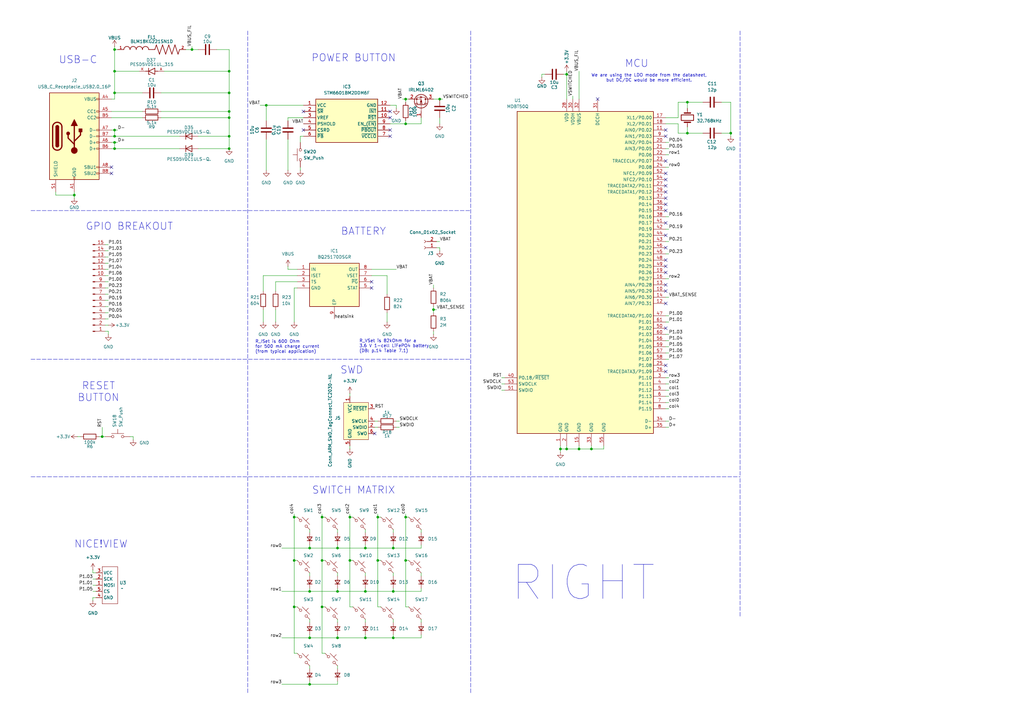
<source format=kicad_sch>
(kicad_sch (version 20231120) (generator "eeschema") (generator_version "8.0")
  (paper "A3")
  (junction (at 46.99 53.34))
  (junction (at 149.86 224.79))
  (junction (at 242.57 184.15))
  (junction (at 161.29 261.62))
  (junction (at 161.29 224.79))
  (junction (at 138.43 261.62))
  (junction (at 138.43 224.79))
  (junction (at 149.86 261.62))
  (junction (at 46.99 60.96))
  (junction (at 120.65 248.92))
  (junction (at 93.98 48.26))
  (junction (at 281.94 41.91))
  (junction (at 46.99 29.21))
  (junction (at 93.98 38.1))
  (junction (at 143.51 229.87))
  (junction (at 166.37 40.64))
  (junction (at 154.94 212.09))
  (junction (at 154.94 229.87))
  (junction (at 46.99 20.32))
  (junction (at 237.49 184.15))
  (junction (at 46.99 58.42))
  (junction (at 30.48 80.01))
  (junction (at 132.08 248.92))
  (junction (at 161.29 242.57))
  (junction (at 143.51 212.09))
  (junction (at 132.08 229.87))
  (junction (at 109.22 43.18))
  (junction (at 166.37 50.8))
  (junction (at 46.99 38.1))
  (junction (at 78.74 20.32))
  (junction (at 93.98 55.88))
  (junction (at 138.43 242.57))
  (junction (at 229.87 184.15))
  (junction (at 93.98 45.72))
  (junction (at 232.41 30.48))
  (junction (at 127 224.79))
  (junction (at 166.37 212.09))
  (junction (at 46.99 55.88))
  (junction (at 177.8 127))
  (junction (at 93.98 29.21))
  (junction (at 232.41 184.15))
  (junction (at 149.86 242.57))
  (junction (at 93.98 60.96))
  (junction (at 127 280.67))
  (junction (at 166.37 229.87))
  (junction (at 299.72 54.61))
  (junction (at 120.65 212.09))
  (junction (at 41.91 179.07))
  (junction (at 180.34 40.64))
  (junction (at 132.08 212.09))
  (junction (at 120.65 229.87))
  (junction (at 127 261.62))
  (junction (at 281.94 54.61))
  (junction (at 127 242.57))
  (no_connect (at 273.05 71.12))
  (no_connect (at 245.11 40.64))
  (no_connect (at 153.67 177.8))
  (no_connect (at 273.05 111.76))
  (no_connect (at 273.05 96.52))
  (no_connect (at 160.02 48.26))
  (no_connect (at 273.05 53.34))
  (no_connect (at 273.05 124.46))
  (no_connect (at 273.05 76.2))
  (no_connect (at 273.05 55.88))
  (no_connect (at 273.05 91.44))
  (no_connect (at 273.05 83.82))
  (no_connect (at 273.05 152.4))
  (no_connect (at 273.05 101.6))
  (no_connect (at 152.4 118.11))
  (no_connect (at 45.72 68.58))
  (no_connect (at 273.05 149.86))
  (no_connect (at 273.05 134.62))
  (no_connect (at 124.46 45.72))
  (no_connect (at 124.46 53.34))
  (no_connect (at 160.02 53.34))
  (no_connect (at 273.05 78.74))
  (no_connect (at 273.05 81.28))
  (no_connect (at 273.05 119.38))
  (no_connect (at 273.05 86.36))
  (no_connect (at 160.02 55.88))
  (no_connect (at 273.05 106.68))
  (no_connect (at 273.05 109.22))
  (no_connect (at 273.05 116.84))
  (no_connect (at 273.05 66.04))
  (no_connect (at 160.02 45.72))
  (no_connect (at 152.4 115.57))
  (no_connect (at 45.72 71.12))
  (no_connect (at 273.05 73.66))
  (wire (pts (xy 172.72 50.8) (xy 172.72 48.26)))
  (wire (pts (xy 121.92 229.87) (xy 120.65 229.87)))
  (wire (pts (xy 46.99 53.34) (xy 45.72 53.34)))
  (wire (pts (xy 274.32 139.7) (xy 273.05 139.7)))
  (wire (pts (xy 274.32 93.98) (xy 273.05 93.98)))
  (wire (pts (xy 172.72 260.35) (xy 172.72 261.62)))
  (wire (pts (xy 288.29 54.61) (xy 281.94 54.61)))
  (polyline (pts (xy 303.53 252.73) (xy 303.53 195.58)) (stroke (width 0) (type dash)))
  (wire (pts (xy 274.32 129.54) (xy 273.05 129.54)))
  (wire (pts (xy 205.74 157.48) (xy 207.01 157.48)))
  (wire (pts (xy 231.14 30.48) (xy 232.41 30.48)))
  (wire (pts (xy 115.57 261.62) (xy 127 261.62)))
  (wire (pts (xy 149.86 223.52) (xy 149.86 224.79)))
  (wire (pts (xy 120.65 229.87) (xy 120.65 248.92)))
  (wire (pts (xy 48.26 58.42) (xy 46.99 58.42)))
  (wire (pts (xy 127 254) (xy 127 255.27)))
  (wire (pts (xy 237.49 29.21) (xy 237.49 40.64)))
  (wire (pts (xy 138.43 241.3) (xy 138.43 242.57)))
  (wire (pts (xy 76.2 20.32) (xy 78.74 20.32)))
  (wire (pts (xy 38.1 234.95) (xy 39.37 234.95)))
  (wire (pts (xy 172.72 241.3) (xy 172.72 242.57)))
  (wire (pts (xy 127 273.05) (xy 127 274.32)))
  (wire (pts (xy 121.92 267.97) (xy 120.65 267.97)))
  (wire (pts (xy 44.45 110.49) (xy 43.18 110.49)))
  (wire (pts (xy 149.86 254) (xy 149.86 255.27)))
  (wire (pts (xy 180.34 101.6) (xy 180.34 102.87)))
  (wire (pts (xy 180.34 40.64) (xy 181.61 40.64)))
  (wire (pts (xy 180.34 101.6) (xy 179.07 101.6)))
  (wire (pts (xy 205.74 154.94) (xy 207.01 154.94)))
  (wire (pts (xy 274.32 104.14) (xy 273.05 104.14)))
  (wire (pts (xy 274.32 144.78) (xy 273.05 144.78)))
  (wire (pts (xy 93.98 29.21) (xy 93.98 38.1)))
  (wire (pts (xy 278.13 50.8) (xy 278.13 54.61)))
  (wire (pts (xy 120.65 118.11) (xy 120.65 132.08)))
  (wire (pts (xy 177.8 127) (xy 179.07 127)))
  (wire (pts (xy 118.11 49.53) (xy 118.11 48.26)))
  (wire (pts (xy 44.45 130.81) (xy 43.18 130.81)))
  (wire (pts (xy 30.48 78.74) (xy 30.48 80.01)))
  (wire (pts (xy 45.72 45.72) (xy 58.42 45.72)))
  (wire (pts (xy 274.32 60.96) (xy 273.05 60.96)))
  (wire (pts (xy 93.98 55.88) (xy 93.98 60.96)))
  (wire (pts (xy 161.29 217.17) (xy 161.29 218.44)))
  (wire (pts (xy 161.29 241.3) (xy 161.29 242.57)))
  (wire (pts (xy 281.94 54.61) (xy 281.94 52.07)))
  (wire (pts (xy 143.51 212.09) (xy 143.51 229.87)))
  (wire (pts (xy 46.99 38.1) (xy 46.99 40.64)))
  (wire (pts (xy 165.1 40.64) (xy 166.37 40.64)))
  (wire (pts (xy 177.8 116.84) (xy 177.8 118.11)))
  (wire (pts (xy 44.45 115.57) (xy 43.18 115.57)))
  (wire (pts (xy 113.03 132.08) (xy 113.03 127)))
  (wire (pts (xy 118.11 109.22) (xy 118.11 110.49)))
  (wire (pts (xy 109.22 43.18) (xy 124.46 43.18)))
  (wire (pts (xy 274.32 167.64) (xy 273.05 167.64)))
  (wire (pts (xy 273.05 48.26) (xy 278.13 48.26)))
  (wire (pts (xy 81.28 55.88) (xy 93.98 55.88)))
  (wire (pts (xy 127 279.4) (xy 127 280.67)))
  (wire (pts (xy 160.02 50.8) (xy 166.37 50.8)))
  (wire (pts (xy 166.37 40.64) (xy 167.64 40.64)))
  (wire (pts (xy 66.04 48.26) (xy 93.98 48.26)))
  (wire (pts (xy 273.05 114.3) (xy 274.32 114.3)))
  (wire (pts (xy 123.19 55.88) (xy 124.46 55.88)))
  (wire (pts (xy 138.43 242.57) (xy 149.86 242.57)))
  (wire (pts (xy 161.29 224.79) (xy 172.72 224.79)))
  (wire (pts (xy 115.57 242.57) (xy 127 242.57)))
  (wire (pts (xy 121.92 212.09) (xy 120.65 212.09)))
  (wire (pts (xy 167.64 212.09) (xy 166.37 212.09)))
  (polyline (pts (xy 101.6 12.7) (xy 101.6 284.48)) (stroke (width 0) (type dash)))
  (wire (pts (xy 44.45 100.33) (xy 43.18 100.33)))
  (wire (pts (xy 133.35 248.92) (xy 132.08 248.92)))
  (wire (pts (xy 172.72 223.52) (xy 172.72 224.79)))
  (wire (pts (xy 45.72 58.42) (xy 46.99 58.42)))
  (wire (pts (xy 127 242.57) (xy 138.43 242.57)))
  (wire (pts (xy 44.45 120.65) (xy 43.18 120.65)))
  (wire (pts (xy 127 224.79) (xy 138.43 224.79)))
  (wire (pts (xy 162.56 43.18) (xy 160.02 43.18)))
  (wire (pts (xy 40.64 179.07) (xy 41.91 179.07)))
  (wire (pts (xy 123.19 55.88) (xy 123.19 58.42)))
  (wire (pts (xy 154.94 210.82) (xy 154.94 212.09)))
  (wire (pts (xy 180.34 99.06) (xy 179.07 99.06)))
  (wire (pts (xy 162.56 172.72) (xy 163.83 172.72)))
  (wire (pts (xy 166.37 49.53) (xy 166.37 50.8)))
  (wire (pts (xy 43.18 133.35) (xy 44.45 133.35)))
  (wire (pts (xy 172.72 217.17) (xy 172.72 218.44)))
  (wire (pts (xy 149.86 242.57) (xy 161.29 242.57)))
  (wire (pts (xy 93.98 48.26) (xy 93.98 55.88)))
  (wire (pts (xy 138.43 223.52) (xy 138.43 224.79)))
  (wire (pts (xy 232.41 182.88) (xy 232.41 184.15)))
  (wire (pts (xy 93.98 38.1) (xy 93.98 45.72)))
  (wire (pts (xy 38.1 245.11) (xy 38.1 246.38)))
  (wire (pts (xy 152.4 113.03) (xy 158.75 113.03)))
  (wire (pts (xy 232.41 30.48) (xy 232.41 40.64)))
  (wire (pts (xy 127 234.95) (xy 127 236.22)))
  (wire (pts (xy 274.32 99.06) (xy 273.05 99.06)))
  (wire (pts (xy 113.03 119.38) (xy 113.03 115.57)))
  (wire (pts (xy 144.78 212.09) (xy 143.51 212.09)))
  (wire (pts (xy 46.99 55.88) (xy 73.66 55.88)))
  (wire (pts (xy 156.21 212.09) (xy 154.94 212.09)))
  (wire (pts (xy 247.65 184.15) (xy 247.65 182.88)))
  (wire (pts (xy 158.75 113.03) (xy 158.75 120.65)))
  (wire (pts (xy 274.32 63.5) (xy 273.05 63.5)))
  (wire (pts (xy 153.67 175.26) (xy 154.94 175.26)))
  (wire (pts (xy 133.35 212.09) (xy 132.08 212.09)))
  (wire (pts (xy 144.78 229.87) (xy 143.51 229.87)))
  (wire (pts (xy 127 223.52) (xy 127 224.79)))
  (wire (pts (xy 149.86 260.35) (xy 149.86 261.62)))
  (wire (pts (xy 115.57 280.67) (xy 127 280.67)))
  (wire (pts (xy 123.19 68.58) (xy 123.19 69.85)))
  (wire (pts (xy 46.99 58.42) (xy 46.99 60.96)))
  (wire (pts (xy 274.32 142.24) (xy 273.05 142.24)))
  (wire (pts (xy 66.04 38.1) (xy 93.98 38.1)))
  (wire (pts (xy 107.95 119.38) (xy 107.95 113.03)))
  (wire (pts (xy 274.32 175.26) (xy 273.05 175.26)))
  (wire (pts (xy 180.34 48.26) (xy 180.34 50.8)))
  (wire (pts (xy 232.41 29.21) (xy 232.41 30.48)))
  (wire (pts (xy 109.22 57.15) (xy 109.22 69.85)))
  (wire (pts (xy 177.8 125.73) (xy 177.8 127)))
  (wire (pts (xy 38.1 233.68) (xy 38.1 234.95)))
  (wire (pts (xy 166.37 50.8) (xy 172.72 50.8)))
  (wire (pts (xy 132.08 248.92) (xy 132.08 267.97)))
  (wire (pts (xy 138.43 273.05) (xy 138.43 274.32)))
  (wire (pts (xy 46.99 55.88) (xy 45.72 55.88)))
  (wire (pts (xy 45.72 60.96) (xy 46.99 60.96)))
  (wire (pts (xy 107.95 113.03) (xy 121.92 113.03)))
  (wire (pts (xy 143.51 161.29) (xy 143.51 162.56)))
  (wire (pts (xy 38.1 245.11) (xy 39.37 245.11)))
  (wire (pts (xy 118.11 110.49) (xy 121.92 110.49)))
  (wire (pts (xy 149.86 241.3) (xy 149.86 242.57)))
  (wire (pts (xy 152.4 110.49) (xy 162.56 110.49)))
  (wire (pts (xy 44.45 113.03) (xy 43.18 113.03)))
  (wire (pts (xy 177.8 127) (xy 177.8 128.27)))
  (wire (pts (xy 149.86 217.17) (xy 149.86 218.44)))
  (wire (pts (xy 242.57 182.88) (xy 242.57 184.15)))
  (wire (pts (xy 93.98 20.32) (xy 93.98 29.21)))
  (wire (pts (xy 44.45 102.87) (xy 43.18 102.87)))
  (wire (pts (xy 138.43 279.4) (xy 138.43 280.67)))
  (wire (pts (xy 205.74 160.02) (xy 207.01 160.02)))
  (wire (pts (xy 41.91 175.26) (xy 41.91 179.07)))
  (wire (pts (xy 274.32 157.48) (xy 273.05 157.48)))
  (wire (pts (xy 127 260.35) (xy 127 261.62)))
  (wire (pts (xy 38.1 242.57) (xy 39.37 242.57)))
  (wire (pts (xy 127 261.62) (xy 138.43 261.62)))
  (wire (pts (xy 177.8 135.89) (xy 177.8 137.16)))
  (wire (pts (xy 177.8 40.64) (xy 180.34 40.64)))
  (wire (pts (xy 162.56 43.18) (xy 162.56 44.45)))
  (wire (pts (xy 120.65 248.92) (xy 120.65 267.97)))
  (wire (pts (xy 274.32 121.92) (xy 273.05 121.92)))
  (wire (pts (xy 46.99 29.21) (xy 46.99 38.1)))
  (wire (pts (xy 278.13 41.91) (xy 278.13 48.26)))
  (wire (pts (xy 229.87 184.15) (xy 232.41 184.15)))
  (wire (pts (xy 66.04 45.72) (xy 93.98 45.72)))
  (wire (pts (xy 273.05 50.8) (xy 278.13 50.8)))
  (wire (pts (xy 44.45 128.27) (xy 43.18 128.27)))
  (wire (pts (xy 166.37 40.64) (xy 166.37 41.91)))
  (wire (pts (xy 46.99 60.96) (xy 73.66 60.96)))
  (wire (pts (xy 138.43 260.35) (xy 138.43 261.62)))
  (wire (pts (xy 237.49 182.88) (xy 237.49 184.15)))
  (wire (pts (xy 127 241.3) (xy 127 242.57)))
  (wire (pts (xy 106.68 43.18) (xy 109.22 43.18)))
  (wire (pts (xy 274.32 58.42) (xy 273.05 58.42)))
  (wire (pts (xy 274.32 172.72) (xy 273.05 172.72)))
  (wire (pts (xy 44.45 118.11) (xy 43.18 118.11)))
  (wire (pts (xy 167.64 229.87) (xy 166.37 229.87)))
  (wire (pts (xy 132.08 210.82) (xy 132.08 212.09)))
  (wire (pts (xy 143.51 210.82) (xy 143.51 212.09)))
  (wire (pts (xy 78.74 20.32) (xy 81.28 20.32)))
  (wire (pts (xy 81.28 60.96) (xy 93.98 60.96)))
  (wire (pts (xy 46.99 19.05) (xy 46.99 20.32)))
  (wire (pts (xy 46.99 38.1) (xy 58.42 38.1)))
  (wire (pts (xy 88.9 20.32) (xy 93.98 20.32)))
  (wire (pts (xy 143.51 229.87) (xy 143.51 248.92)))
  (wire (pts (xy 149.86 224.79) (xy 161.29 224.79)))
  (wire (pts (xy 274.32 154.94) (xy 273.05 154.94)))
  (polyline (pts (xy 193.04 12.7) (xy 193.04 284.48)) (stroke (width 0) (type dash)))
  (wire (pts (xy 118.11 69.85) (xy 118.11 57.15)))
  (wire (pts (xy 53.34 179.07) (xy 54.61 179.07)))
  (wire (pts (xy 237.49 184.15) (xy 242.57 184.15)))
  (wire (pts (xy 242.57 184.15) (xy 247.65 184.15)))
  (polyline (pts (xy 12.7 86.36) (xy 193.04 86.36)) (stroke (width 0) (type dash)))
  (wire (pts (xy 274.32 162.56) (xy 273.05 162.56)))
  (wire (pts (xy 46.99 53.34) (xy 46.99 55.88)))
  (wire (pts (xy 138.43 217.17) (xy 138.43 218.44)))
  (wire (pts (xy 78.74 19.05) (xy 78.74 20.32)))
  (polyline (pts (xy 12.7 195.58) (xy 303.53 195.58)) (stroke (width 0) (type dash)))
  (wire (pts (xy 149.86 234.95) (xy 149.86 236.22)))
  (wire (pts (xy 38.1 237.49) (xy 39.37 237.49)))
  (wire (pts (xy 93.98 45.72) (xy 93.98 48.26)))
  (wire (pts (xy 115.57 224.79) (xy 127 224.79)))
  (wire (pts (xy 288.29 41.91) (xy 281.94 41.91)))
  (wire (pts (xy 138.43 234.95) (xy 138.43 236.22)))
  (polyline (pts (xy 12.7 147.32) (xy 193.04 147.32)) (stroke (width 0) (type dash)))
  (wire (pts (xy 161.29 254) (xy 161.29 255.27)))
  (wire (pts (xy 299.72 54.61) (xy 299.72 55.88)))
  (wire (pts (xy 133.35 229.87) (xy 132.08 229.87)))
  (wire (pts (xy 229.87 184.15) (xy 229.87 185.42)))
  (wire (pts (xy 274.32 165.1) (xy 273.05 165.1)))
  (wire (pts (xy 144.78 248.92) (xy 143.51 248.92)))
  (wire (pts (xy 138.43 254) (xy 138.43 255.27)))
  (wire (pts (xy 44.45 135.89) (xy 44.45 137.16)))
  (wire (pts (xy 133.35 267.97) (xy 132.08 267.97)))
  (wire (pts (xy 138.43 224.79) (xy 149.86 224.79)))
  (wire (pts (xy 232.41 184.15) (xy 237.49 184.15)))
  (wire (pts (xy 44.45 107.95) (xy 43.18 107.95)))
  (wire (pts (xy 149.86 261.62) (xy 161.29 261.62)))
  (wire (pts (xy 120.65 210.82) (xy 120.65 212.09)))
  (wire (pts (xy 44.45 125.73) (xy 43.18 125.73)))
  (wire (pts (xy 143.51 182.88) (xy 143.51 184.15)))
  (wire (pts (xy 44.45 123.19) (xy 43.18 123.19)))
  (wire (pts (xy 138.43 261.62) (xy 149.86 261.62)))
  (wire (pts (xy 107.95 127) (xy 107.95 132.08)))
  (wire (pts (xy 167.64 248.92) (xy 166.37 248.92)))
  (wire (pts (xy 158.75 128.27) (xy 158.75 132.08)))
  (wire (pts (xy 278.13 41.91) (xy 281.94 41.91)))
  (wire (pts (xy 274.32 88.9) (xy 273.05 88.9)))
  (wire (pts (xy 54.61 179.07) (xy 54.61 180.34)))
  (polyline (pts (xy 303.53 12.7) (xy 303.53 195.58)) (stroke (width 0) (type dash)))
  (wire (pts (xy 172.72 254) (xy 172.72 255.27)))
  (wire (pts (xy 132.08 212.09) (xy 132.08 229.87)))
  (wire (pts (xy 44.45 105.41) (xy 43.18 105.41)))
  (wire (pts (xy 161.29 223.52) (xy 161.29 224.79)))
  (wire (pts (xy 162.56 175.26) (xy 163.83 175.26)))
  (wire (pts (xy 46.99 53.34) (xy 48.26 53.34)))
  (wire (pts (xy 274.32 68.58) (xy 273.05 68.58)))
  (wire (pts (xy 234.95 39.37) (xy 234.95 40.64)))
  (wire (pts (xy 222.25 30.48) (xy 223.52 30.48)))
  (wire (pts (xy 30.48 80.01) (xy 30.48 81.28)))
  (wire (pts (xy 41.91 179.07) (xy 43.18 179.07)))
  (wire (pts (xy 156.21 229.87) (xy 154.94 229.87)))
  (wire (pts (xy 161.29 242.57) (xy 172.72 242.57)))
  (wire (pts (xy 45.72 48.26) (xy 58.42 48.26)))
  (wire (pts (xy 109.22 43.18) (xy 109.22 49.53)))
  (wire (pts (xy 166.37 229.87) (xy 166.37 248.92)))
  (wire (pts (xy 274.32 147.32) (xy 273.05 147.32)))
  (wire (pts (xy 299.72 41.91) (xy 299.72 54.61)))
  (wire (pts (xy 166.37 210.82) (xy 166.37 212.09)))
  (wire (pts (xy 120.65 212.09) (xy 120.65 229.87)))
  (wire (pts (xy 278.13 54.61) (xy 281.94 54.61)))
  (wire (pts (xy 274.32 132.08) (xy 273.05 132.08)))
  (wire (pts (xy 46.99 20.32) (xy 46.99 29.21)))
  (wire (pts (xy 127 280.67) (xy 138.43 280.67)))
  (wire (pts (xy 121.92 248.92) (xy 120.65 248.92)))
  (wire (pts (xy 161.29 234.95) (xy 161.29 236.22)))
  (wire (pts (xy 127 217.17) (xy 127 218.44)))
  (wire (pts (xy 222.25 30.48) (xy 222.25 31.75)))
  (wire (pts (xy 295.91 41.91) (xy 299.72 41.91)))
  (wire (pts (xy 161.29 261.62) (xy 172.72 261.62)))
  (wire (pts (xy 46.99 40.64) (xy 45.72 40.64)))
  (wire (pts (xy 120.65 118.11) (xy 121.92 118.11)))
  (wire (pts (xy 156.21 248.92) (xy 154.94 248.92)))
  (wire (pts (xy 33.02 179.07) (xy 31.75 179.07)))
  (wire (pts (xy 153.67 172.72) (xy 154.94 172.72)))
  (wire (pts (xy 113.03 115.57) (xy 121.92 115.57)))
  (wire (pts (xy 43.18 135.89) (xy 44.45 135.89)))
  (wire (pts (xy 274.32 160.02) (xy 273.05 160.02)))
  (wire (pts (xy 48.26 20.32) (xy 46.99 20.32)))
  (wire (pts (xy 118.11 48.26) (xy 124.46 48.26)))
  (wire (pts (xy 229.87 182.88) (xy 229.87 184.15)))
  (wire (pts (xy 154.94 212.09) (xy 154.94 229.87)))
  (wire (pts (xy 57.15 29.21) (xy 46.99 29.21)))
  (wire (pts (xy 172.72 234.95) (xy 172.72 236.22)))
  (wire (pts (xy 67.31 29.21) (xy 93.98 29.21)))
  (wire (pts (xy 132.08 229.87) (xy 132.08 248.92)))
  (wire (pts (xy 166.37 212.09) (xy 166.37 229.87)))
  (wire (pts (xy 161.29 260.35) (xy 161.29 261.62)))
  (wire (pts (xy 38.1 240.03) (xy 39.37 240.03)))
  (wire (pts (xy 281.94 41.91) (xy 281.94 44.45)))
  (wire (pts (xy 295.91 54.61) (xy 299.72 54.61)))
  (wire (pts (xy 154.94 229.87) (xy 154.94 248.92)))
  (wire (pts (xy 22.86 78.74) (xy 22.86 80.01)))
  (wire (pts (xy 274.32 137.16) (xy 273.05 137.16)))
  (wire (pts (xy 22.86 80.01) (xy 30.48 80.01)))
  (text "POWER BUTTON" (at 145.034 23.876 0) (effects (font (size 3 3))))
  (text "NICE!VIEW" (at 41.402 223.266 0) (effects (font (size 3 3))))
  (text "SWD" (at 144.272 151.892 0) (effects (font (size 3 3))))
  (text "SWITCH MATRIX" (at 145.034 201.168 0) (effects (font (size 3 3))))
  (text "We are using the LDO mode from the datasheet,\nbut DC/DC would be more efficient." (at 266.192 32.004 0) (effects (font (size 1.27 1.27))))
  (text "RIGHT" (at 239.268 239.268 0) (effects (font (size 14 14))))
  (text "R_ISet is 600 Ohm \nfor 500 mA charge current\n(from typical application)" (at 104.648 142.24 0) (effects (font (size 1.27 1.27)) (justify left)))
  (text "RESET\nBUTTON" (at 40.386 160.782 0) (effects (font (size 3 3))))
  (text "USB-C" (at 32.004 24.638 0) (effects (font (size 3 3))))
  (text "BATTERY" (at 149.098 94.996 0) (effects (font (size 3 3))))
  (text "MCU" (at 261.112 26.162 0) (effects (font (size 3 3))))
  (text "GPIO BREAKOUT" (at 53.086 92.964 0) (effects (font (size 3 3))))
  (text "R_VSet is 82kOhm for a\n3.6 V 1-cell LiFePO4 battery\n(DB: p.14 Table 7.1)" (at 147.32 141.986 0) (effects (font (size 1.27 1.27)) (justify left)))
  (label "VSWITCHED" (at 234.95 39.37 90))
  (label "P1.07" (at 44.45 107.95 0))
  (label "VBAT" (at 177.8 116.84 90))
  (label "col3" (at 132.08 210.82 90))
  (label "P0.16" (at 44.45 125.73 0))
  (label "row2" (at 274.32 114.3 0))
  (label "col2" (at 143.51 210.82 90))
  (label "VBAT" (at 124.46 50.8 180))
  (label "VBAT" (at 162.56 110.49 0))
  (label "D-" (at 274.32 172.72 0))
  (label "col0" (at 166.37 210.82 90))
  (label "P0.21" (at 274.32 99.06 0))
  (label "col3" (at 274.32 162.56 0))
  (label "row2" (at 115.57 261.62 180))
  (label "VBUS_FIL" (at 78.74 19.05 90))
  (label "VBAT_SENSE" (at 179.07 127 0))
  (label "P0.19" (at 44.45 123.19 0))
  (label "P1.07" (at 274.32 147.32 0))
  (label "P1.00" (at 274.32 129.54 0))
  (label "P0.23" (at 274.32 104.14 0))
  (label "row1" (at 115.57 242.57 180))
  (label "row3" (at 274.32 154.94 0))
  (label "P1.01" (at 44.45 100.33 0))
  (label "P1.05" (at 38.1 242.57 180))
  (label "P0.04" (at 274.32 58.42 0))
  (label "P1.05" (at 274.32 142.24 0))
  (label "P0.05" (at 274.32 60.96 0))
  (label "P0.05" (at 44.45 128.27 0))
  (label "P1.01" (at 274.32 132.08 0))
  (label "P1.03" (at 38.1 237.49 180))
  (label "P0.04" (at 44.45 130.81 0))
  (label "row1" (at 274.32 63.5 0))
  (label "col1" (at 274.32 160.02 0))
  (label "SWDCLK" (at 163.83 172.72 0))
  (label "P1.03" (at 274.32 137.16 0))
  (label "D-" (at 48.26 53.34 0))
  (label "VBAT_SENSE" (at 274.32 121.92 0))
  (label "P0.23" (at 44.45 118.11 0))
  (label "SWDCLK" (at 205.74 157.48 180))
  (label "VSWITCHED" (at 181.61 40.64 0))
  (label "D+" (at 48.26 58.42 0))
  (label "P1.05" (at 44.45 105.41 0))
  (label "RST" (at 153.67 167.64 0))
  (label "P1.06" (at 274.32 144.78 0))
  (label "P1.01" (at 38.1 240.03 180))
  (label "VBAT" (at 106.68 43.18 180))
  (label "P1.04" (at 44.45 110.49 0))
  (label "col2" (at 274.32 157.48 0))
  (label "D+" (at 274.32 175.26 0))
  (label "row0" (at 115.57 224.79 180))
  (label "P0.19" (at 274.32 93.98 0))
  (label "P0.21" (at 44.45 120.65 0))
  (label "row3" (at 115.57 280.67 180))
  (label "col1" (at 154.94 210.82 90))
  (label "P1.00" (at 44.45 115.57 0))
  (label "P0.16" (at 274.32 88.9 0))
  (label "P1.04" (at 274.32 139.7 0))
  (label "SWDIO" (at 163.83 175.26 0))
  (label "VBUS_FIL" (at 237.49 29.21 90))
  (label "col0" (at 274.32 165.1 0))
  (label "col4" (at 120.65 210.82 90))
  (label "P1.06" (at 44.45 113.03 0))
  (label "SWDIO" (at 205.74 160.02 180))
  (label "heatsink" (at 137.16 130.81 0))
  (label "col4" (at 274.32 167.64 0))
  (label "RST" (at 41.91 175.26 90))
  (label "VBAT" (at 165.1 40.64 90))
  (label "row0" (at 274.32 68.58 0))
  (label "VBAT" (at 180.34 99.06 0))
  (label "RST" (at 205.74 154.94 180))
  (label "P1.03" (at 44.45 102.87 0))
  (symbol (lib_id "power:VBUS") (at 118.11 109.22 0) (unit 1)
    (property "Reference" "#PWR050" (effects (hide yes)))
    (property "Value" "VBUS" (at 118.11 104.14 0))
    (property "Description" "Power symbol creates a global label with name \"VBUS\"" (effects (hide yes)))
  )
  (symbol (lib_id "Switch:SW_Push") (at 123.19 63.5 90) (unit 1)
    (property "Reference" "SW20" (at 124.46 62.2299 90) (effects (justify right)))
    (property "Value" "SW_Push" (at 124.46 64.7699 90) (effects (justify right)))
    (property "Footprint" "custom-libary:SW_TL6340AF160Q" (effects (hide yes)))
    (property "Description" "Push button switch, generic, two pins" (effects (hide yes)))
  )
  (symbol (lib_id "Device:D_Small") (at 161.29 238.76 90) (unit 1)
    (property "Reference" "D13" (at 163.576 238.7599 90) (effects (justify right)))
    (property "Value" "D_Small" (effects (hide yes)))
    (property "Footprint" "Diode_SMD:Nexperia_CFP3_SOD-123W" (effects (hide yes)))
  )
  (symbol (lib_id "power:GND") (at 162.56 44.45 0) (unit 1)
    (property "Reference" "#PWR036" (effects (hide yes)))
    (property "Value" "GND" (at 162.56 49.53 0))
    (property "Description" "Power symbol creates a global label with name \"GND\" , ground" (effects (hide yes)))
  )
  (symbol (lib_id "power:GND") (at 299.72 55.88 0) (unit 1)
    (property "Reference" "#PWR09" (effects (hide yes)))
    (property "Value" "GND" (at 299.72 60.96 0))
    (property "Description" "Power symbol creates a global label with name \"GND\" , ground" (effects (hide yes)))
  )
  (symbol (lib_id "Connector:Conn_01x02_Socket") (at 173.99 101.6 180) (unit 1)
    (property "Reference" "J3" (at 177.8 103.886 0) (effects (justify left)))
    (property "Value" "Conn_01x02_Socket" (at 186.944 95.25 0) (effects (justify left)))
    (property "Footprint" "custom-libary:Battery_solder_pads" (effects (hide yes)))
    (property "Description" "Generic connector, single row, 01x02, script generated" (effects (hide yes)))
  )
  (symbol (lib_id "power:GND") (at 44.45 137.16 0) (unit 1)
    (property "Reference" "#PWR03" (effects (hide yes)))
    (property "Value" "GND" (at 44.45 142.24 0))
    (property "Description" "Power symbol creates a global label with name \"GND\" , ground" (effects (hide yes)))
  )
  (symbol (lib_id "Switch:SW_Push") (at 48.26 179.07 0) (unit 1)
    (property "Reference" "SW18" (at 46.9899 175.26 90) (effects (justify left)))
    (property "Value" "SW_Push" (at 49.5299 175.26 90) (effects (justify left)))
    (property "Footprint" "custom-libary:SW_TL6340AF160Q" (effects (hide yes)))
    (property "Description" "Push button switch, generic, two pins" (effects (hide yes)))
  )
  (symbol (lib_id "Device:R") (at 166.37 45.72 180) (unit 1)
    (property "Reference" "R12" (at 168.656 45.72 90))
    (property "Value" "100k" (at 170.18 45.72 90))
    (property "Footprint" "Resistor_SMD:R_0603_1608Metric_Pad0.98x0.95mm_HandSolder" (effects (hide yes)))
    (property "Description" "Resistor" (effects (hide yes)))
  )
  (symbol (lib_id "Device:C") (at 62.23 38.1 90) (unit 1)
    (property "Reference" "C1" (at 62.23 32.766 90))
    (property "Value" "10u" (at 62.23 34.798 90))
    (property "Footprint" "Capacitor_SMD:C_0603_1608Metric_Pad1.08x0.95mm_HandSolder" (effects (hide yes)))
    (property "Description" "Unpolarized capacitor" (effects (hide yes)))
  )
  (symbol (lib_id "power:GND") (at 38.1 246.38 0) (unit 1)
    (property "Reference" "#PWR06" (effects (hide yes)))
    (property "Value" "GND" (at 38.1 251.46 0))
    (property "Description" "Power symbol creates a global label with name \"GND\" , ground" (effects (hide yes)))
  )
  (symbol (lib_id "Device:R") (at 113.03 123.19 180) (unit 1)
    (property "Reference" "R23" (at 115.57 121.9199 0) (effects (justify right)))
    (property "Value" "10k" (at 115.57 124.4599 0) (effects (justify right)))
    (property "Footprint" "Resistor_SMD:R_0603_1608Metric_Pad0.98x0.95mm_HandSolder" (effects (hide yes)))
    (property "Description" "Resistor" (effects (hide yes)))
  )
  (symbol (lib_id "marbastlib-mx:MX_SW_HS") (at 147.32 232.41 0) (unit 1)
    (property "Reference" "SW10" (at 147.32 227.838 0) (effects (justify left)))
    (property "Value" "MX_SW_HS" (effects (hide yes)))
    (property "Footprint" "custom-libary:Kailh_socket_PG1350" (effects (hide yes)))
  )
  (symbol (lib_id "custom-libary:BLM18KG221SN1D") (at 63.5 20.32 0) (unit 1)
    (property "Reference" "FL1" (at 62.23 15.24 0))
    (property "Value" "BLM18KG221SN1D" (at 62.23 17.018 0))
    (property "Footprint" "custom-libary:BEADC1608X95N" (effects (hide yes)))
    (property "MF" "Murata Electronics" (effects (hide yes)))
    (property "Description_1" "\n                        \n                            220 Ohms @ 100 MHz 1 Power Line Ferrite Bead 0603 (1608 Metric) 2.2A 50mOhm\n                        \n" (effects (hide yes)))
    (property "Package" "1608 Murata" (effects (hide yes)))
    (property "Price" "None" (effects (hide yes)))
    (property "SnapEDA_Link" "https://www.snapeda.com/parts/BLM18KG221SN1D/Murata/view-part/?ref=snap" (effects (hide yes)))
    (property "MP" "BLM18KG221SN1D" (effects (hide yes)))
    (property "Availability" "In Stock" (effects (hide yes)))
    (property "Check_prices" "https://www.snapeda.com/parts/BLM18KG221SN1D/Murata/view-part/?ref=eda" (effects (hide yes)))
  )
  (symbol (lib_id "Device:D_Small") (at 138.43 220.98 90) (unit 1)
    (property "Reference" "D5" (at 140.97 220.9799 90) (effects (justify right)))
    (property "Value" "D_Small" (effects (hide yes)))
    (property "Footprint" "Diode_SMD:Nexperia_CFP3_SOD-123W" (effects (hide yes)))
  )
  (symbol (lib_id "Device:D_Small") (at 149.86 238.76 90) (unit 1)
    (property "Reference" "D10" (at 151.638 238.7599 90) (effects (justify right)))
    (property "Value" "D_Small" (effects (hide yes)))
    (property "Footprint" "Diode_SMD:Nexperia_CFP3_SOD-123W" (effects (hide yes)))
  )
  (symbol (lib_id "power:GND") (at 93.98 60.96 0) (unit 1)
    (property "Reference" "#PWR051" (effects (hide yes)))
    (property "Value" "GND" (at 93.98 66.04 0))
    (property "Description" "Power symbol creates a global label with name \"GND\" , ground" (effects (hide yes)))
  )
  (symbol (lib_id "marbastlib-mx:MX_SW_HS") (at 135.89 232.41 0) (unit 1)
    (property "Reference" "SW6" (at 135.89 227.838 0) (effects (justify left)))
    (property "Value" "MX_SW_HS" (effects (hide yes)))
    (property "Footprint" "custom-libary:Kailh_socket_PG1350" (effects (hide yes)))
  )
  (symbol (lib_id "Device:D_Small") (at 138.43 276.86 90) (unit 1)
    (property "Reference" "D8" (at 140.97 276.8599 90) (effects (justify right)))
    (property "Value" "D_Small" (effects (hide yes)))
    (property "Footprint" "Diode_SMD:Nexperia_CFP3_SOD-123W" (effects (hide yes)))
  )
  (symbol (lib_id "Device:R") (at 36.83 179.07 270) (unit 1)
    (property "Reference" "R6" (at 36.83 183.134 90))
    (property "Value" "100k" (at 36.83 181.356 90))
    (property "Footprint" "Resistor_SMD:R_0603_1608Metric_Pad0.98x0.95mm_HandSolder" (effects (hide yes)))
    (property "Description" "Resistor" (effects (hide yes)))
  )
  (symbol (lib_id "Device:R") (at 158.75 124.46 180) (unit 1)
    (property "Reference" "R22" (at 161.29 123.1899 0) (effects (justify right)))
    (property "Value" "82k" (at 161.29 125.7299 0) (effects (justify right)))
    (property "Footprint" "Resistor_SMD:R_0603_1608Metric_Pad0.98x0.95mm_HandSolder" (effects (hide yes)))
    (property "Description" "Resistor" (effects (hide yes)))
  )
  (symbol (lib_id "KLOTZ:MX_SW_HS") (at 124.46 214.63 0) (unit 1)
    (property "Reference" "SW1" (at 124.46 209.296 0) (effects (justify left)))
    (property "Value" "MX_SW_HS" (effects (hide yes)))
    (property "Footprint" "custom-libary:Kailh_socket_PG1350" (effects (hide yes)))
  )
  (symbol (lib_id "Connector:Conn_ARM_SWD_TagConnect_TC2030-NL") (at 146.05 172.72 0) (unit 1) (in_bom no)
    (property "Reference" "J5" (at 139.7 171.4499 0) (effects (justify right)))
    (property "Value" "Conn_ARM_SWD_TagConnect_TC2030-NL" (at 135.382 153.162 90) (effects (justify right)))
    (property "Footprint" "Connector:Tag-Connect_TC2030-IDC-NL_2x03_P1.27mm_Vertical" (effects (hide yes)))
    (property "Datasheet" "https://www.tag-connect.com/wp-content/uploads/bsk-pdf-manager/TC2030-CTX_1.pdf" (effects (hide yes)))
    (property "Description" "Tag-Connect ARM Cortex SWD JTAG connector, 6 pin, no legs" (effects (hide yes)))
  )
  (symbol (lib_id "Device:D") (at 77.47 55.88 0) (unit 1)
    (property "Reference" "D35" (at 77.47 52.324 0))
    (property "Value" "PESD5V0C1ULS-Q." (at 77.47 54.102 0))
    (property "Footprint" "Diode_SMD:D_SOD-882D" (effects (hide yes)))
    (property "Description" "Diode" (effects (hide yes)))
    (property "Sim.Device" "D" (effects (hide yes)))
    (property "Sim.Pins" "1=K 2=A" (effects (hide yes)))
  )
  (symbol (lib_id "power:+3.3V") (at 143.51 161.29 0) (unit 1)
    (property "Reference" "#PWR016" (effects (hide yes)))
    (property "Value" "+3.3V" (at 143.51 156.21 0))
    (property "Description" "Power symbol creates a global label with name \"+3.3V\"" (effects (hide yes)))
  )
  (symbol (lib_id "power:GND") (at 54.61 180.34 0) (unit 1)
    (property "Reference" "#PWR08" (effects (hide yes)))
    (property "Value" "GND" (at 57.15 181.6099 0) (effects (justify left)))
    (property "Description" "Power symbol creates a global label with name \"GND\" , ground" (effects (hide yes)))
  )
  (symbol (lib_id "Device:D_Small") (at 149.86 257.81 90) (unit 1)
    (property "Reference" "D11" (at 151.638 257.8099 90) (effects (justify right)))
    (property "Value" "D_Small" (effects (hide yes)))
    (property "Footprint" "Diode_SMD:Nexperia_CFP3_SOD-123W" (effects (hide yes)))
  )
  (symbol (lib_id "BQ25170DSGR:BQ25170DSGR") (at 121.92 110.49 0) (unit 1)
    (property "Reference" "IC1" (at 137.16 102.87 0))
    (property "Value" "BQ25170DSGR" (at 137.16 105.41 0))
    (property "Footprint" "SON50P200X200X80-9N" (effects (hide yes)))
    (property "Datasheet" "https://www.ti.com/lit/gpn/bq25170" (effects (hide yes)))
    (property "Description" "BQ25170DSGR" (effects (hide yes)))
    (property "Height" "0.8" (effects (hide yes)))
    (property "Mouser Part Number" "595-BQ25170DSGR" (effects (hide yes)))
    (property "Mouser Price/Stock" "https://www.mouser.co.uk/ProductDetail/Texas-Instruments/BQ25170DSGR?qs=iLbezkQI%252BsiCISFdSxQWaQ%3D%3D" (effects (hide yes)))
    (property "Manufacturer_Name" "Texas Instruments" (effects (hide yes)))
    (property "Manufacturer_Part_Number" "BQ25170DSGR" (effects (hide yes)))
  )
  (symbol (lib_id "power:GND") (at 113.03 132.08 0) (unit 1)
    (property "Reference" "#PWR055" (effects (hide yes)))
    (property "Value" "GND" (at 113.03 137.16 0))
    (property "Description" "Power symbol creates a global label with name \"GND\" , ground" (effects (hide yes)))
  )
  (symbol (lib_id "marbastlib-mx:MX_SW_HS") (at 170.18 232.41 0) (unit 1)
    (property "Reference" "SW16" (at 170.18 227.838 0) (effects (justify left)))
    (property "Value" "MX_SW_HS" (effects (hide yes)))
    (property "Footprint" "custom-libary:Kailh_socket_PG1350" (effects (hide yes)))
  )
  (symbol (lib_id "Device:C") (at 118.11 53.34 0) (unit 1)
    (property "Reference" "C15" (at 114.3 53.34 90))
    (property "Value" "0.1u" (at 112.268 53.34 90))
    (property "Footprint" "Capacitor_SMD:C_0603_1608Metric_Pad1.08x0.95mm_HandSolder" (effects (hide yes)))
    (property "Description" "Unpolarized capacitor" (effects (hide yes)))
  )
  (symbol (lib_id "power:GND") (at 143.51 184.15 0) (unit 1)
    (property "Reference" "#PWR017" (effects (hide yes)))
    (property "Value" "GND" (at 143.5099 187.96 90) (effects (justify right)))
    (property "Description" "Power symbol creates a global label with name \"GND\" , ground" (effects (hide yes)))
  )
  (symbol (lib_id "Device:C") (at 227.33 30.48 270) (unit 1)
    (property "Reference" "C3" (at 227.33 35.814 90))
    (property "Value" "10u" (at 227.33 33.782 90))
    (property "Footprint" "Capacitor_SMD:C_0603_1608Metric_Pad1.08x0.95mm_HandSolder" (effects (hide yes)))
    (property "Description" "Unpolarized capacitor" (effects (hide yes)))
  )
  (symbol (lib_id "Device:R") (at 158.75 175.26 270) (unit 1)
    (property "Reference" "R18" (at 158.75 177.292 90))
    (property "Value" "1k" (at 158.75 178.816 90))
    (property "Footprint" "Resistor_SMD:R_0603_1608Metric_Pad0.98x0.95mm_HandSolder" (effects (hide yes)))
    (property "Description" "Resistor" (effects (hide yes)))
  )
  (symbol (lib_id "power:+3.3V") (at 31.75 179.07 90) (unit 1)
    (property "Reference" "#PWR01" (effects (hide yes)))
    (property "Value" "+3.3V" (at 25.908 179.07 90))
    (property "Description" "Power symbol creates a global label with name \"+3.3V\"" (effects (hide yes)))
  )
  (symbol (lib_id "marbastlib-mx:MX_SW_HS") (at 124.46 251.46 0) (unit 1)
    (property "Reference" "SW3" (at 124.46 245.872 0) (effects (justify left)))
    (property "Value" "MX_SW_HS" (effects (hide yes)))
    (property "Footprint" "custom-libary:Kailh_socket_PG1350" (effects (hide yes)))
  )
  (symbol (lib_id "Connector:USB_C_Receptacle_USB2.0_16P") (at 30.48 55.88 0) (unit 1)
    (property "Reference" "J2" (at 30.48 33.02 0))
    (property "Value" "USB_C_Receptacle_USB2.0_16P" (at 30.48 35.56 0))
    (property "Footprint" "Connector_USB:USB_C_Receptacle_GCT_USB4105-xx-A_16P_TopMnt_Horizontal" (effects (hide yes)))
    (property "Datasheet" "https://www.usb.org/sites/default/files/documents/usb_type-c.zip" (effects (hide yes)))
    (property "Description" "USB 2.0-only 16P Type-C Receptacle connector" (effects (hide yes)))
  )
  (symbol (lib_id "Device:R") (at 62.23 48.26 90) (unit 1)
    (property "Reference" "R9" (at 62.23 52.07 90))
    (property "Value" "5.1k" (at 62.23 50.292 90))
    (property "Footprint" "Resistor_SMD:R_0603_1608Metric_Pad0.98x0.95mm_HandSolder" (effects (hide yes)))
    (property "Description" "Resistor" (effects (hide yes)))
  )
  (symbol (lib_id "custom-libary:MDBT50Q") (at 240.03 111.76 0) (unit 1)
    (property "Reference" "U1" (at 212.344 41.148 0))
    (property "Value" "MDBT50Q" (at 212.344 43.688 0))
    (property "Footprint" "custom-libary:MDBT50Q-1MV2" (effects (hide yes)))
  )
  (symbol (lib_id "power:GND") (at 109.22 69.85 0) (unit 1)
    (property "Reference" "#PWR040" (effects (hide yes)))
    (property "Value" "GND" (at 109.22 74.93 0))
    (property "Description" "Power symbol creates a global label with name \"GND\" , ground" (effects (hide yes)))
  )
  (symbol (lib_id "Device:D_Small") (at 149.86 220.98 90) (unit 1)
    (property "Reference" "D9" (at 151.638 220.9799 90) (effects (justify right)))
    (property "Value" "D_Small" (effects (hide yes)))
    (property "Footprint" "Diode_SMD:Nexperia_CFP3_SOD-123W" (effects (hide yes)))
  )
  (symbol (lib_id "Device:D_Small") (at 172.72 220.98 90) (unit 1)
    (property "Reference" "D15" (at 175.514 220.9799 90) (effects (justify right)))
    (property "Value" "D_Small" (effects (hide yes)))
    (property "Footprint" "Diode_SMD:Nexperia_CFP3_SOD-123W" (effects (hide yes)))
  )
  (symbol (lib_id "marbastlib-mx:MX_SW_HS") (at 124.46 232.41 0) (unit 1)
    (property "Reference" "SW2" (at 124.46 227.838 0) (effects (justify left)))
    (property "Value" "MX_SW_HS" (effects (hide yes)))
    (property "Footprint" "custom-libary:Kailh_socket_PG1350" (effects (hide yes)))
  )
  (symbol (lib_id "marbastlib-mx:MX_SW_HS") (at 170.18 214.63 0) (unit 1)
    (property "Reference" "SW15" (at 170.18 209.296 0) (effects (justify left)))
    (property "Value" "MX_SW_HS" (effects (hide yes)))
    (property "Footprint" "custom-libary:Kailh_socket_PG1350" (effects (hide yes)))
  )
  (symbol (lib_id "Device:D_Small") (at 127 276.86 90) (unit 1)
    (property "Reference" "D4" (at 129.032 276.8599 90) (effects (justify right)))
    (property "Value" "D_Small" (effects (hide yes)))
    (property "Footprint" "Diode_SMD:Nexperia_CFP3_SOD-123W" (effects (hide yes)))
  )
  (symbol (lib_id "Device:D_Small") (at 172.72 238.76 90) (unit 1)
    (property "Reference" "D16" (at 175.514 238.7599 90) (effects (justify right)))
    (property "Value" "D_Small" (effects (hide yes)))
    (property "Footprint" "Diode_SMD:Nexperia_CFP3_SOD-123W" (effects (hide yes)))
  )
  (symbol (lib_id "Device:D_Small") (at 127 238.76 90) (unit 1)
    (property "Reference" "D2" (at 129.032 238.7599 90) (effects (justify right)))
    (property "Value" "D_Small" (effects (hide yes)))
    (property "Footprint" "Diode_SMD:Nexperia_CFP3_SOD-123W" (effects (hide yes)))
  )
  (symbol (lib_id "marbastlib-mx:MX_SW_HS") (at 158.75 232.41 0) (unit 1)
    (property "Reference" "SW13" (at 158.75 227.838 0) (effects (justify left)))
    (property "Value" "MX_SW_HS" (effects (hide yes)))
    (property "Footprint" "custom-libary:Kailh_socket_PG1350" (effects (hide yes)))
  )
  (symbol (lib_id "power:GND") (at 229.87 185.42 0) (unit 1)
    (property "Reference" "#PWR023" (effects (hide yes)))
    (property "Value" "GND" (at 229.87 190.5 0))
    (property "Description" "Power symbol creates a global label with name \"GND\" , ground" (effects (hide yes)))
  )
  (symbol (lib_id "power:+3.3V") (at 38.1 233.68 0) (unit 1)
    (property "Reference" "#PWR05" (effects (hide yes)))
    (property "Value" "+3.3V" (at 38.1 228.6 0))
    (property "Description" "Power symbol creates a global label with name \"+3.3V\"" (effects (hide yes)))
  )
  (symbol (lib_id "marbastlib-mx:MX_SW_HS") (at 170.18 251.46 0) (unit 1)
    (property "Reference" "SW17" (at 170.18 245.872 0) (effects (justify left)))
    (property "Value" "MX_SW_HS" (effects (hide yes)))
    (property "Footprint" "custom-libary:Kailh_socket_PG1350" (effects (hide yes)))
  )
  (symbol (lib_id "Device:C") (at 292.1 54.61 270) (unit 1)
    (property "Reference" "C12" (at 291.846 58.166 90))
    (property "Value" "12p" (at 292.1 60.452 90))
    (property "Footprint" "Capacitor_SMD:C_0603_1608Metric_Pad1.08x0.95mm_HandSolder" (effects (hide yes)))
    (property "Description" "Unpolarized capacitor" (effects (hide yes)))
  )
  (symbol (lib_id "custom-libary:STM6601BM2DDM6F") (at 124.46 43.18 0) (unit 1)
    (property "Reference" "IC3" (at 142.24 35.56 0))
    (property "Value" "STM6601BM2DDM6F" (at 142.24 38.1 0))
    (property "Footprint" "custom-libary:STM6601BM2DDM6F" (effects (hide yes)))
    (property "Datasheet" "https://www.st.com/resource/en/datasheet/stm6600.pdf" (effects (hide yes)))
    (property "Description" "Smart push-button on/off controller with Smart Reset and power-on lockout" (effects (hide yes)))
    (property "Height" "0.8" (effects (hide yes)))
    (property "Mouser Part Number" "511-STM6601BM2DDM6F" (effects (hide yes)))
    (property "Mouser Price/Stock" "https://www.mouser.co.uk/ProductDetail/STMicroelectronics/STM6601BM2DDM6F?qs=o6NP%252B98Z%252BR08ShqKwVDIQQ%3D%3D" (effects (hide yes)))
    (property "Manufacturer_Name" "STMicroelectronics" (effects (hide yes)))
    (property "Manufacturer_Part_Number" "STM6601BM2DDM6F" (effects (hide yes)))
  )
  (symbol (lib_id "Device:R") (at 158.75 172.72 90) (unit 1)
    (property "Reference" "R17" (at 158.75 170.688 90))
    (property "Value" "1k" (at 158.75 169.164 90))
    (property "Footprint" "Resistor_SMD:R_0603_1608Metric_Pad0.98x0.95mm_HandSolder" (effects (hide yes)))
    (property "Description" "Resistor" (effects (hide yes)))
  )
  (symbol (lib_id "custom-libary:PESD5V0S1UL_315") (at 62.23 29.21 180) (unit 1)
    (property "Reference" "D37" (at 61.976 24.638 0))
    (property "Value" "PESD5V0S1UL_315" (at 62.23 26.416 0))
    (property "Footprint" "custom-libary:DIO_PESD5V0S1UL_315" (effects (hide yes)))
    (property "MF" "Nexperia USA" (effects (hide yes)))
    (property "Description_1" "\n                        \n                            20V Clamp 15A (8/20µs) Ipp Tvs Diode Surface Mount DFN1006-2\n                        \n" (effects (hide yes)))
    (property "Package" "DFN1006-2-2 Nexperia USA Inc." (effects (hide yes)))
    (property "Price" "None" (effects (hide yes)))
    (property "Check_prices" "https://www.snapeda.com/parts/PESD5V0S1UL,315/Nexperia/view-part/?ref=eda" (effects (hide yes)))
    (property "SnapEDA_Link" "https://www.snapeda.com/parts/PESD5V0S1UL,315/Nexperia/view-part/?ref=snap" (effects (hide yes)))
    (property "MP" "PESD5V0S1UL,315" (effects (hide yes)))
    (property "Availability" "In Stock" (effects (hide yes)))
    (property "Purchase-URL" "https://pricing.snapeda.com/search/part/PESD5V0S1UL,315/?ref=eda" (effects (hide yes)))
  )
  (symbol (lib_id "Device:R") (at 62.23 45.72 90) (unit 1)
    (property "Reference" "R10" (at 62.23 41.91 90))
    (property "Value" "5.1k" (at 62.23 43.688 90))
    (property "Footprint" "Resistor_SMD:R_0603_1608Metric_Pad0.98x0.95mm_HandSolder" (effects (hide yes)))
    (property "Description" "Resistor" (effects (hide yes)))
  )
  (symbol (lib_id "Device:C") (at 109.22 53.34 0) (unit 1)
    (property "Reference" "C6" (at 105.41 53.34 90))
    (property "Value" "10u" (at 103.378 53.34 90))
    (property "Footprint" "Capacitor_SMD:C_0603_1608Metric_Pad1.08x0.95mm_HandSolder" (effects (hide yes)))
    (property "Description" "Unpolarized capacitor" (effects (hide yes)))
  )
  (symbol (lib_id "power:VBUS") (at 46.99 19.05 0) (unit 1)
    (property "Reference" "#PWR07" (effects (hide yes)))
    (property "Value" "VBUS" (at 46.99 15.494 0))
    (property "Description" "Power symbol creates a global label with name \"VBUS\"" (effects (hide yes)))
  )
  (symbol (lib_id "power:GND") (at 30.48 81.28 0) (unit 1)
    (property "Reference" "#PWR04" (effects (hide yes)))
    (property "Value" "GND" (at 30.48 85.09 0))
    (property "Description" "Power symbol creates a global label with name \"GND\" , ground" (effects (hide yes)))
  )
  (symbol (lib_id "marbastlib-mx:MX_SW_HS") (at 135.89 270.51 0) (unit 1)
    (property "Reference" "SW8" (at 135.89 264.922 0) (effects (justify left)))
    (property "Value" "MX_SW_HS" (effects (hide yes)))
    (property "Footprint" "custom-libary:Kailh_socket_PG1350" (effects (hide yes)))
  )
  (symbol (lib_id "power:GND") (at 177.8 137.16 0) (unit 1)
    (property "Reference" "#PWR018" (effects (hide yes)))
    (property "Value" "GND" (at 177.8 142.24 0))
    (property "Description" "Power symbol creates a global label with name \"GND\" , ground" (effects (hide yes)))
  )
  (symbol (lib_id "power:GND") (at 222.25 31.75 0) (unit 1)
    (property "Reference" "#PWR022" (effects (hide yes)))
    (property "Value" "GND" (at 222.25 35.306 0))
    (property "Description" "Power symbol creates a global label with name \"GND\" , ground" (effects (hide yes)))
  )
  (symbol (lib_id "Device:R") (at 107.95 123.19 180) (unit 1)
    (property "Reference" "R21" (at 102.616 121.92 0) (effects (justify right)))
    (property "Value" "604" (at 102.616 124.46 0) (effects (justify right)))
    (property "Footprint" "Resistor_SMD:R_0603_1608Metric_Pad0.98x0.95mm_HandSolder" (effects (hide yes)))
    (property "Description" "Resistor" (effects (hide yes)))
  )
  (symbol (lib_id "Device:D_Small") (at 161.29 257.81 90) (unit 1)
    (property "Reference" "D14" (at 163.576 257.8099 90) (effects (justify right)))
    (property "Value" "D_Small" (effects (hide yes)))
    (property "Footprint" "Diode_SMD:Nexperia_CFP3_SOD-123W" (effects (hide yes)))
  )
  (symbol (lib_id "marbastlib-mx:MX_SW_HS") (at 124.46 270.51 0) (unit 1)
    (property "Reference" "SW4" (at 124.46 264.922 0) (effects (justify left)))
    (property "Value" "MX_SW_HS" (effects (hide yes)))
    (property "Footprint" "custom-libary:Kailh_socket_PG1350" (effects (hide yes)))
  )
  (symbol (lib_id "Device:R") (at 177.8 121.92 0) (unit 1)
    (property "Reference" "R2" (at 180.34 120.6499 0) (effects (justify left)))
    (property "Value" "806k" (at 180.34 123.1899 0) (effects (justify left)))
    (property "Footprint" "Resistor_SMD:R_0603_1608Metric_Pad0.98x0.95mm_HandSolder" (effects (hide yes)))
    (property "Description" "Resistor" (effects (hide yes)))
  )
  (symbol (lib_id "power:+3.3V") (at 44.45 133.35 270) (unit 1)
    (property "Reference" "#PWR02" (effects (hide yes)))
    (property "Value" "+3.3V" (at 47.244 133.35 90) (effects (justify left)))
    (property "Description" "Power symbol creates a global label with name \"+3.3V\"" (effects (hide yes)))
  )
  (symbol (lib_id "Device:D_Small") (at 127 220.98 90) (unit 1)
    (property "Reference" "D1" (at 129.032 220.9799 90) (effects (justify right)))
    (property "Value" "D_Small" (effects (hide yes)))
    (property "Footprint" "Diode_SMD:Nexperia_CFP3_SOD-123W" (effects (hide yes)))
  )
  (symbol (lib_id "Device:C") (at 292.1 41.91 270) (unit 1)
    (property "Reference" "C11" (at 292.1 34.29 90))
    (property "Value" "12p" (at 292.1 36.83 90))
    (property "Footprint" "Capacitor_SMD:C_0603_1608Metric_Pad1.08x0.95mm_HandSolder" (effects (hide yes)))
    (property "Description" "Unpolarized capacitor" (effects (hide yes)))
  )
  (symbol (lib_id "power:GND") (at 180.34 50.8 0) (unit 1)
    (property "Reference" "#PWR038" (effects (hide yes)))
    (property "Value" "GND" (at 180.34 55.88 0))
    (property "Description" "Power symbol creates a global label with name \"GND\" , ground" (effects (hide yes)))
  )
  (symbol (lib_id "Transistor_FET:IRLML6402") (at 172.72 43.18 270) (mirror x) (unit 1)
    (property "Reference" "Q3" (at 172.72 34.29 90))
    (property "Value" "IRLML6402" (at 172.72 36.83 90))
    (property "Footprint" "Package_TO_SOT_SMD:SOT-23" (effects (hide yes)))
    (property "Datasheet" "https://www.infineon.com/dgdl/irlml6402pbf.pdf?fileId=5546d462533600a401535668d5c2263c" (effects (hide yes)))
    (property "Description" "-3.7A Id, -20V Vds, 65mOhm Rds, P-Channel HEXFET Power MOSFET, SOT-23" (effects (hide yes)))
  )
  (symbol (lib_id "custom-libary:nice!view") (at 39.37 264.16 0) (unit 1)
    (property "Reference" "U3" (at 49.022 239.014 0) (effects (justify left)))
    (property "Value" "~" (at 49.53 241.3 0) (effects (justify left)))
    (property "Footprint" "custom-libary:nice!view" (effects (hide yes)))
  )
  (symbol (lib_id "power:GND") (at 120.65 132.08 0) (unit 1)
    (property "Reference" "#PWR034" (effects (hide yes)))
    (property "Value" "GND" (at 120.65 137.16 0))
    (property "Description" "Power symbol creates a global label with name \"GND\" , ground" (effects (hide yes)))
  )
  (symbol (lib_id "power:GND") (at 158.75 132.08 0) (unit 1)
    (property "Reference" "#PWR054" (effects (hide yes)))
    (property "Value" "GND" (at 158.75 137.16 0))
    (property "Description" "Power symbol creates a global label with name \"GND\" , ground" (effects (hide yes)))
  )
  (symbol (lib_id "marbastlib-mx:MX_SW_HS") (at 158.75 251.46 0) (unit 1)
    (property "Reference" "SW14" (at 158.75 245.872 0) (effects (justify left)))
    (property "Value" "MX_SW_HS" (effects (hide yes)))
    (property "Footprint" "custom-libary:Kailh_socket_PG1350" (effects (hide yes)))
  )
  (symbol (lib_id "marbastlib-mx:MX_SW_HS") (at 158.75 214.63 0) (unit 1)
    (property "Reference" "SW12" (at 158.75 209.296 0) (effects (justify left)))
    (property "Value" "MX_SW_HS" (effects (hide yes)))
    (property "Footprint" "custom-libary:Kailh_socket_PG1350" (effects (hide yes)))
  )
  (symbol (lib_id "power:GND") (at 180.34 102.87 0) (unit 1)
    (property "Reference" "#PWR021" (effects (hide yes)))
    (property "Value" "GND" (at 180.34 107.95 0))
    (property "Description" "Power symbol creates a global label with name \"GND\" , ground" (effects (hide yes)))
  )
  (symbol (lib_id "marbastlib-mx:MX_SW_HS") (at 147.32 251.46 0) (unit 1)
    (property "Reference" "SW11" (at 147.32 245.872 0) (effects (justify left)))
    (property "Value" "MX_SW_HS" (effects (hide yes)))
    (property "Footprint" "custom-libary:Kailh_socket_PG1350" (effects (hide yes)))
  )
  (symbol (lib_id "KLOTZ:MX_SW_HS") (at 135.89 214.63 0) (unit 1)
    (property "Reference" "SW5" (at 135.89 209.296 0) (effects (justify left)))
    (property "Value" "MX_SW_HS" (effects (hide yes)))
    (property "Footprint" "custom-libary:Kailh_socket_PG1350" (effects (hide yes)))
  )
  (symbol (lib_id "Device:D_Small") (at 161.29 220.98 90) (unit 1)
    (property "Reference" "D12" (at 163.576 220.9799 90) (effects (justify right)))
    (property "Value" "D_Small" (effects (hide yes)))
    (property "Footprint" "Diode_SMD:Nexperia_CFP3_SOD-123W" (effects (hide yes)))
  )
  (symbol (lib_id "marbastlib-mx:MX_SW_HS") (at 135.89 251.46 0) (unit 1)
    (property "Reference" "SW7" (at 135.89 245.872 0) (effects (justify left)))
    (property "Value" "MX_SW_HS" (effects (hide yes)))
    (property "Footprint" "custom-libary:Kailh_socket_PG1350" (effects (hide yes)))
  )
  (symbol (lib_id "Device:D_Small") (at 127 257.81 90) (unit 1)
    (property "Reference" "D3" (at 129.032 257.8099 90) (effects (justify right)))
    (property "Value" "D_Small" (effects (hide yes)))
    (property "Footprint" "Diode_SMD:Nexperia_CFP3_SOD-123W" (effects (hide yes)))
  )
  (symbol (lib_id "Device:R") (at 177.8 132.08 0) (unit 1)
    (property "Reference" "R3" (at 180.34 130.8099 0) (effects (justify left)))
    (property "Value" "2M" (at 180.34 133.3499 0) (effects (justify left)))
    (property "Footprint" "Resistor_SMD:R_0603_1608Metric_Pad0.98x0.95mm_HandSolder" (effects (hide yes)))
    (property "Description" "Resistor" (effects (hide yes)))
  )
  (symbol (lib_id "Device:C") (at 180.34 44.45 0) (unit 1)
    (property "Reference" "C2" (at 186.182 44.45 90))
    (property "Value" "10u" (at 183.642 44.45 90))
    (property "Footprint" "Capacitor_SMD:C_0603_1608Metric_Pad1.08x0.95mm_HandSolder" (effects (hide yes)))
    (property "Description" "Unpolarized capacitor" (effects (hide yes)))
  )
  (symbol (lib_id "Device:D_Small") (at 172.72 257.81 90) (unit 1)
    (property "Reference" "D17" (at 175.514 257.8099 90) (effects (justify right)))
    (property "Value" "D_Small" (effects (hide yes)))
    (property "Footprint" "Diode_SMD:Nexperia_CFP3_SOD-123W" (effects (hide yes)))
  )
  (symbol (lib_id "power:+3.3V") (at 232.41 29.21 0) (unit 1)
    (property "Reference" "#PWR024" (effects (hide yes)))
    (property "Value" "+3.3V" (at 232.41 23.368 90))
    (property "Description" "Power symbol creates a global label with name \"+3.3V\"" (effects (hide yes)))
  )
  (symbol (lib_id "Device:D") (at 77.47 60.96 0) (unit 1)
    (property "Reference" "D39" (at 77.47 63.5 0))
    (property "Value" "PESD5V0C1ULS-Q." (at 77.47 65.278 0))
    (property "Footprint" "Diode_SMD:D_SOD-882D" (effects (hide yes)))
    (property "Description" "Diode" (effects (hide yes)))
    (property "Sim.Device" "D" (effects (hide yes)))
    (property "Sim.Pins" "1=K 2=A" (effects (hide yes)))
  )
  (symbol (lib_id "power:GND") (at 118.11 69.85 0) (unit 1)
    (property "Reference" "#PWR057" (effects (hide yes)))
    (property "Value" "GND" (at 118.11 74.93 0))
    (property "Description" "Power symbol creates a global label with name \"GND\" , ground" (effects (hide yes)))
  )
  (symbol (lib_id "Device:D_Small") (at 138.43 257.81 90) (unit 1)
    (property "Reference" "D7" (at 140.97 257.8099 90) (effects (justify right)))
    (property "Value" "D_Small" (effects (hide yes)))
    (property "Footprint" "Diode_SMD:Nexperia_CFP3_SOD-123W" (effects (hide yes)))
  )
  (symbol (lib_id "Device:Crystal") (at 281.94 48.26 90) (unit 1)
    (property "Reference" "Y1" (at 285.75 46.9899 90) (effects (justify right)))
    (property "Value" "32.768kHz" (at 285.75 49.5299 90) (effects (justify right)))
    (property "Footprint" "custom-libary:FC2012SN32768K90NNA0KC0" (effects (hide yes)))
    (property "Description" "Two pin crystal" (effects (hide yes)))
  )
  (symbol (lib_id "Device:D_Small") (at 138.43 238.76 90) (unit 1)
    (property "Reference" "D6" (at 140.97 238.7599 90) (effects (justify right)))
    (property "Value" "D_Small" (effects (hide yes)))
    (property "Footprint" "Diode_SMD:Nexperia_CFP3_SOD-123W" (effects (hide yes)))
  )
  (symbol (lib_id "marbastlib-mx:MX_SW_HS") (at 147.32 214.63 0) (unit 1)
    (property "Reference" "SW9" (at 147.32 209.296 0) (effects (justify left)))
    (property "Value" "MX_SW_HS" (effects (hide yes)))
    (property "Footprint" "custom-libary:Kailh_socket_PG1350" (effects (hide yes)))
  )
  (symbol (lib_id "power:GND") (at 107.95 132.08 0) (unit 1)
    (property "Reference" "#PWR053" (effects (hide yes)))
    (property "Value" "GND" (at 107.95 137.16 0))
    (property "Description" "Power symbol creates a global label with name \"GND\" , ground" (effects (hide yes)))
  )
  (symbol (lib_id "Device:C") (at 85.09 20.32 90) (unit 1)
    (property "Reference" "C9" (at 85.09 14.986 90))
    (property "Value" "10u" (at 85.09 17.018 90))
    (property "Footprint" "Capacitor_SMD:C_0603_1608Metric_Pad1.08x0.95mm_HandSolder" (effects (hide yes)))
    (property "Description" "Unpolarized capacitor" (effects (hide yes)))
  )
  (symbol (lib_id "power:GND") (at 123.19 69.85 0) (unit 1)
    (property "Reference" "#PWR039" (effects (hide yes)))
    (property "Value" "GND" (at 123.19 74.93 0))
    (property "Description" "Power symbol creates a global label with name \"GND\" , ground" (effects (hide yes)))
  )
  (symbol (lib_id "Connector:Conn_01x15_Pin") (at 38.1 118.11 0) (mirror x) (unit 1)
    (property "Reference" "J6" (effects (hide yes)))
    (property "Value" "Conn_01x15_Pin" (effects (hide yes)))
    (property "Footprint" "Connector_FFC-FPC:Hirose_FH12-15S-0.5SH_1x15-1MP_P0.50mm_Horizontal" (effects (hide yes)))
    (property "Description" "Generic connector, single row, 01x15, script generated" (effects (hide yes)))
  )
)
</source>
